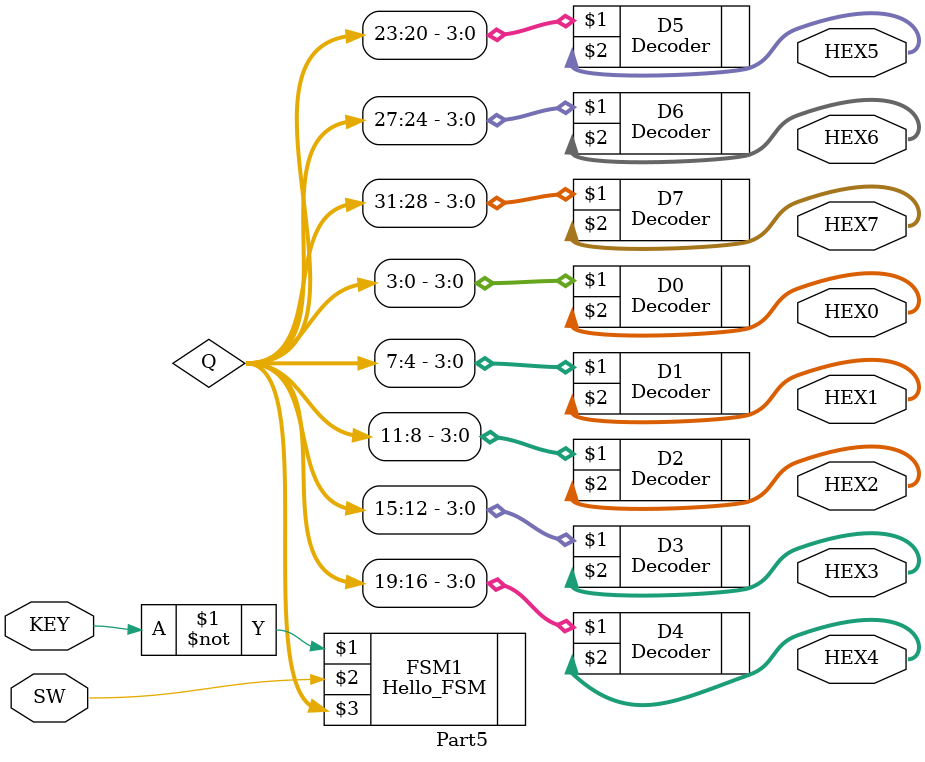
<source format=v>

module Part5( KEY, SW, HEX7, HEX6, HEX5, HEX4, HEX3, HEX2, HEX1, HEX0 );
	input [0:0]SW;  //synchronous reset
	input [0:0]KEY; //Clock
	output [6:0]HEX7, HEX6, HEX5, HEX4, HEX3, HEX2, HEX1, HEX0;	//hex displays
	
	wire [31:0]Q;
	
	Hello_FSM FSM1 ( ~KEY[0], SW[0], Q );	//instance of Hello_FSM module
	
	//decoders for each HEX display
	Decoder D0 ( Q[3:0],   HEX0 );
	Decoder D1 ( Q[7:4],   HEX1 );
	Decoder D2 ( Q[11:8],  HEX2 );
	Decoder D3 ( Q[15:12], HEX3 );
	Decoder D4 ( Q[19:16], HEX4 );
	Decoder D5 ( Q[23:20], HEX5 );
	Decoder D6 ( Q[27:24], HEX6 );
	Decoder D7 ( Q[31:28], HEX7 );
	
endmodule
	
</source>
